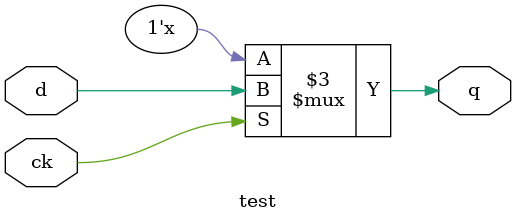
<source format=v>
module test (q, d, ck);
  input d, ck;
  output q;
  reg q;
  always @* begin
    if (ck)
     q = d;
  end
endmodule

</source>
